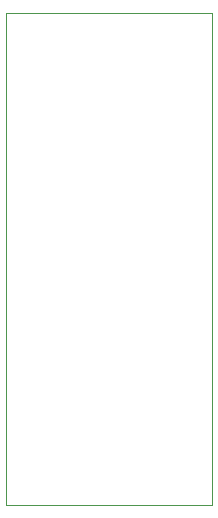
<source format=gm1>
G04 #@! TF.GenerationSoftware,KiCad,Pcbnew,8.0.0*
G04 #@! TF.CreationDate,2024-05-09T12:01:01+02:00*
G04 #@! TF.ProjectId,sst39sf040-m27c4001,73737433-3973-4663-9034-302d6d323763,rev?*
G04 #@! TF.SameCoordinates,Original*
G04 #@! TF.FileFunction,Profile,NP*
%FSLAX46Y46*%
G04 Gerber Fmt 4.6, Leading zero omitted, Abs format (unit mm)*
G04 Created by KiCad (PCBNEW 8.0.0) date 2024-05-09 12:01:01*
%MOMM*%
%LPD*%
G01*
G04 APERTURE LIST*
G04 #@! TA.AperFunction,Profile*
%ADD10C,0.100000*%
G04 #@! TD*
G04 APERTURE END LIST*
D10*
X124250000Y-100000000D02*
X141750000Y-100000000D01*
X141750000Y-100000000D02*
X141750000Y-58300000D01*
X141750000Y-58300000D02*
X124250000Y-58300000D01*
X124250000Y-58300000D02*
X124250000Y-100000000D01*
M02*

</source>
